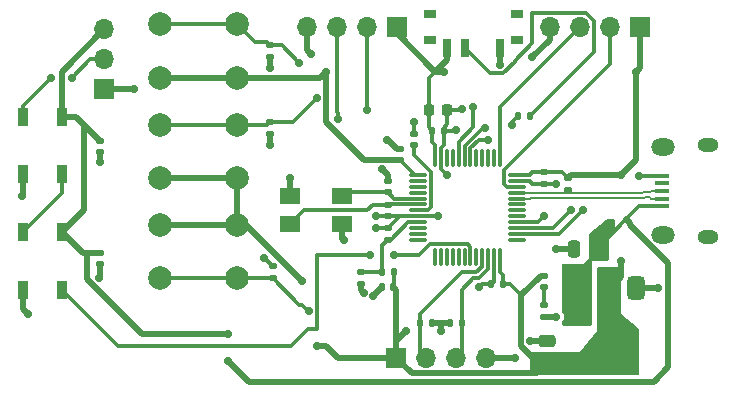
<source format=gbr>
%TF.GenerationSoftware,KiCad,Pcbnew,8.0.2-8.0.2-0~ubuntu22.04.1*%
%TF.CreationDate,2024-05-17T11:44:14+02:00*%
%TF.ProjectId,qclock,71636c6f-636b-42e6-9b69-6361645f7063,rev?*%
%TF.SameCoordinates,Original*%
%TF.FileFunction,Copper,L1,Top*%
%TF.FilePolarity,Positive*%
%FSLAX46Y46*%
G04 Gerber Fmt 4.6, Leading zero omitted, Abs format (unit mm)*
G04 Created by KiCad (PCBNEW 8.0.2-8.0.2-0~ubuntu22.04.1) date 2024-05-17 11:44:14*
%MOMM*%
%LPD*%
G01*
G04 APERTURE LIST*
G04 Aperture macros list*
%AMRoundRect*
0 Rectangle with rounded corners*
0 $1 Rounding radius*
0 $2 $3 $4 $5 $6 $7 $8 $9 X,Y pos of 4 corners*
0 Add a 4 corners polygon primitive as box body*
4,1,4,$2,$3,$4,$5,$6,$7,$8,$9,$2,$3,0*
0 Add four circle primitives for the rounded corners*
1,1,$1+$1,$2,$3*
1,1,$1+$1,$4,$5*
1,1,$1+$1,$6,$7*
1,1,$1+$1,$8,$9*
0 Add four rect primitives between the rounded corners*
20,1,$1+$1,$2,$3,$4,$5,0*
20,1,$1+$1,$4,$5,$6,$7,0*
20,1,$1+$1,$6,$7,$8,$9,0*
20,1,$1+$1,$8,$9,$2,$3,0*%
G04 Aperture macros list end*
%TA.AperFunction,SMDPad,CuDef*%
%ADD10RoundRect,0.375000X-0.375000X0.625000X-0.375000X-0.625000X0.375000X-0.625000X0.375000X0.625000X0*%
%TD*%
%TA.AperFunction,SMDPad,CuDef*%
%ADD11RoundRect,0.500000X-1.400000X0.500000X-1.400000X-0.500000X1.400000X-0.500000X1.400000X0.500000X0*%
%TD*%
%TA.AperFunction,SMDPad,CuDef*%
%ADD12RoundRect,0.135000X-0.135000X-0.185000X0.135000X-0.185000X0.135000X0.185000X-0.135000X0.185000X0*%
%TD*%
%TA.AperFunction,SMDPad,CuDef*%
%ADD13RoundRect,0.140000X0.170000X-0.140000X0.170000X0.140000X-0.170000X0.140000X-0.170000X-0.140000X0*%
%TD*%
%TA.AperFunction,SMDPad,CuDef*%
%ADD14RoundRect,0.135000X0.185000X-0.135000X0.185000X0.135000X-0.185000X0.135000X-0.185000X-0.135000X0*%
%TD*%
%TA.AperFunction,SMDPad,CuDef*%
%ADD15RoundRect,0.140000X-0.170000X0.140000X-0.170000X-0.140000X0.170000X-0.140000X0.170000X0.140000X0*%
%TD*%
%TA.AperFunction,SMDPad,CuDef*%
%ADD16R,1.300000X0.450000*%
%TD*%
%TA.AperFunction,ComponentPad*%
%ADD17O,1.800000X1.150000*%
%TD*%
%TA.AperFunction,ComponentPad*%
%ADD18O,2.000000X1.450000*%
%TD*%
%TA.AperFunction,ComponentPad*%
%ADD19R,1.700000X1.700000*%
%TD*%
%TA.AperFunction,ComponentPad*%
%ADD20O,1.700000X1.700000*%
%TD*%
%TA.AperFunction,SMDPad,CuDef*%
%ADD21RoundRect,0.075000X-0.662500X-0.075000X0.662500X-0.075000X0.662500X0.075000X-0.662500X0.075000X0*%
%TD*%
%TA.AperFunction,SMDPad,CuDef*%
%ADD22RoundRect,0.075000X-0.075000X-0.662500X0.075000X-0.662500X0.075000X0.662500X-0.075000X0.662500X0*%
%TD*%
%TA.AperFunction,SMDPad,CuDef*%
%ADD23RoundRect,0.140000X0.140000X0.170000X-0.140000X0.170000X-0.140000X-0.170000X0.140000X-0.170000X0*%
%TD*%
%TA.AperFunction,SMDPad,CuDef*%
%ADD24R,1.000000X0.800000*%
%TD*%
%TA.AperFunction,SMDPad,CuDef*%
%ADD25R,0.700000X1.500000*%
%TD*%
%TA.AperFunction,SMDPad,CuDef*%
%ADD26RoundRect,0.135000X-0.185000X0.135000X-0.185000X-0.135000X0.185000X-0.135000X0.185000X0.135000X0*%
%TD*%
%TA.AperFunction,SMDPad,CuDef*%
%ADD27RoundRect,0.147500X0.172500X-0.147500X0.172500X0.147500X-0.172500X0.147500X-0.172500X-0.147500X0*%
%TD*%
%TA.AperFunction,ComponentPad*%
%ADD28C,2.000000*%
%TD*%
%TA.AperFunction,SMDPad,CuDef*%
%ADD29R,1.800000X1.400000*%
%TD*%
%TA.AperFunction,SMDPad,CuDef*%
%ADD30RoundRect,0.147500X0.147500X0.172500X-0.147500X0.172500X-0.147500X-0.172500X0.147500X-0.172500X0*%
%TD*%
%TA.AperFunction,SMDPad,CuDef*%
%ADD31RoundRect,0.225000X-0.225000X-0.250000X0.225000X-0.250000X0.225000X0.250000X-0.225000X0.250000X0*%
%TD*%
%TA.AperFunction,SMDPad,CuDef*%
%ADD32RoundRect,0.250000X0.250000X0.475000X-0.250000X0.475000X-0.250000X-0.475000X0.250000X-0.475000X0*%
%TD*%
%TA.AperFunction,SMDPad,CuDef*%
%ADD33R,0.900000X1.500000*%
%TD*%
%TA.AperFunction,SMDPad,CuDef*%
%ADD34RoundRect,0.250000X0.475000X-0.250000X0.475000X0.250000X-0.475000X0.250000X-0.475000X-0.250000X0*%
%TD*%
%TA.AperFunction,SMDPad,CuDef*%
%ADD35RoundRect,0.140000X-0.140000X-0.170000X0.140000X-0.170000X0.140000X0.170000X-0.140000X0.170000X0*%
%TD*%
%TA.AperFunction,ViaPad*%
%ADD36C,0.700000*%
%TD*%
%TA.AperFunction,Conductor*%
%ADD37C,0.500000*%
%TD*%
%TA.AperFunction,Conductor*%
%ADD38C,0.300000*%
%TD*%
%TA.AperFunction,Conductor*%
%ADD39C,0.200000*%
%TD*%
G04 APERTURE END LIST*
D10*
%TO.P,U2,1,GND*%
%TO.N,GND*%
X165800000Y-94350000D03*
%TO.P,U2,2,VO*%
%TO.N,+3V3*%
X163500000Y-94350000D03*
D11*
X163500000Y-100650000D03*
D10*
%TO.P,U2,3,VI*%
%TO.N,VBUS*%
X161200000Y-94350000D03*
%TD*%
D12*
%TO.P,R1,1*%
%TO.N,/BOOT0*%
X155740000Y-79750000D03*
%TO.P,R1,2*%
%TO.N,Net-(SW1-B)*%
X156760000Y-79750000D03*
%TD*%
D13*
%TO.P,C3,1*%
%TO.N,+3V3*%
X145750000Y-83480000D03*
%TO.P,C3,2*%
%TO.N,GND*%
X145750000Y-82520000D03*
%TD*%
D14*
%TO.P,R5,1*%
%TO.N,/USB_D+*%
X160000000Y-86010000D03*
%TO.P,R5,2*%
%TO.N,+3V3*%
X160000000Y-84990000D03*
%TD*%
D15*
%TO.P,C6,1*%
%TO.N,/HSE_OUT*%
X144750000Y-87270000D03*
%TO.P,C6,2*%
%TO.N,GND*%
X144750000Y-88230000D03*
%TD*%
D13*
%TO.P,C1,1*%
%TO.N,/HSE_IN*%
X144750000Y-86210000D03*
%TO.P,C1,2*%
%TO.N,GND*%
X144750000Y-85250000D03*
%TD*%
D14*
%TO.P,R2,1*%
%TO.N,/BTN_H*%
X135000000Y-93510000D03*
%TO.P,R2,2*%
%TO.N,GND*%
X135000000Y-92490000D03*
%TD*%
D15*
%TO.P,C14,2*%
%TO.N,GND*%
X120350000Y-82800000D03*
%TO.P,C14,1*%
%TO.N,VBUS*%
X120350000Y-81840000D03*
%TD*%
D16*
%TO.P,J3,1,VBUS*%
%TO.N,VBUS*%
X168000000Y-87400000D03*
%TO.P,J3,2,D-*%
%TO.N,/USB_D-*%
X168000000Y-86750000D03*
%TO.P,J3,3,D+*%
%TO.N,/USB_D+*%
X168000000Y-86100000D03*
%TO.P,J3,4,ID*%
%TO.N,unconnected-(J3-ID-Pad4)*%
X168000000Y-85450000D03*
%TO.P,J3,5,GND*%
%TO.N,GND*%
X168000000Y-84800000D03*
D17*
%TO.P,J3,6,Shield*%
%TO.N,unconnected-(J3-Shield-Pad6)_0*%
X171850000Y-89975000D03*
D18*
%TO.N,unconnected-(J3-Shield-Pad6)*%
X168050000Y-89825000D03*
%TO.N,unconnected-(J3-Shield-Pad6)_2*%
X168050000Y-82375000D03*
D17*
%TO.N,unconnected-(J3-Shield-Pad6)_1*%
X171850000Y-82225000D03*
%TD*%
D19*
%TO.P,UART,1,Pin_1*%
%TO.N,+3V3*%
X145500000Y-72250000D03*
D20*
%TO.P,UART,2,Pin_2*%
%TO.N,/UART_TX*%
X142960000Y-72250000D03*
%TO.P,UART,3,Pin_3*%
%TO.N,/UART_RX*%
X140420000Y-72250000D03*
%TO.P,UART,4,Pin_4*%
%TO.N,GND*%
X137880000Y-72250000D03*
%TD*%
D21*
%TO.P,U1,1,VBAT*%
%TO.N,+3V3*%
X147337500Y-84750000D03*
%TO.P,U1,2,PC13*%
%TO.N,unconnected-(U1-PC13-Pad2)*%
X147337500Y-85250000D03*
%TO.P,U1,3,PC14*%
%TO.N,unconnected-(U1-PC14-Pad3)*%
X147337500Y-85750000D03*
%TO.P,U1,4,PC15*%
%TO.N,unconnected-(U1-PC15-Pad4)*%
X147337500Y-86250000D03*
%TO.P,U1,5,PD0*%
%TO.N,/HSE_IN*%
X147337500Y-86750000D03*
%TO.P,U1,6,PD1*%
%TO.N,/HSE_OUT*%
X147337500Y-87250000D03*
%TO.P,U1,7,NRST*%
%TO.N,/NRST*%
X147337500Y-87750000D03*
%TO.P,U1,8,VSSA*%
%TO.N,GND*%
X147337500Y-88250000D03*
%TO.P,U1,9,VDDA*%
%TO.N,+3.3VA*%
X147337500Y-88750000D03*
%TO.P,U1,10,PA0*%
%TO.N,unconnected-(U1-PA0-Pad10)*%
X147337500Y-89250000D03*
%TO.P,U1,11,PA1*%
%TO.N,unconnected-(U1-PA1-Pad11)*%
X147337500Y-89750000D03*
%TO.P,U1,12,PA2*%
%TO.N,unconnected-(U1-PA2-Pad12)*%
X147337500Y-90250000D03*
D22*
%TO.P,U1,13,PA3*%
%TO.N,unconnected-(U1-PA3-Pad13)*%
X148750000Y-91662500D03*
%TO.P,U1,14,PA4*%
%TO.N,unconnected-(U1-PA4-Pad14)*%
X149250000Y-91662500D03*
%TO.P,U1,15,PA5*%
%TO.N,unconnected-(U1-PA5-Pad15)*%
X149750000Y-91662500D03*
%TO.P,U1,16,PA6*%
%TO.N,unconnected-(U1-PA6-Pad16)*%
X150250000Y-91662500D03*
%TO.P,U1,17,PA7*%
%TO.N,unconnected-(U1-PA7-Pad17)*%
X150750000Y-91662500D03*
%TO.P,U1,18,PB0*%
%TO.N,unconnected-(U1-PB0-Pad18)*%
X151250000Y-91662500D03*
%TO.P,U1,19,PB1*%
%TO.N,/LED*%
X151750000Y-91662500D03*
%TO.P,U1,20,PB2*%
%TO.N,unconnected-(U1-PB2-Pad20)*%
X152250000Y-91662500D03*
%TO.P,U1,21,PB10*%
%TO.N,/I2C2_SCL*%
X152750000Y-91662500D03*
%TO.P,U1,22,PB11*%
%TO.N,/I2C2_SDA*%
X153250000Y-91662500D03*
%TO.P,U1,23,VSS*%
%TO.N,GND*%
X153750000Y-91662500D03*
%TO.P,U1,24,VDD*%
%TO.N,+3V3*%
X154250000Y-91662500D03*
D21*
%TO.P,U1,25,PB12*%
%TO.N,unconnected-(U1-PB12-Pad25)*%
X155662500Y-90250000D03*
%TO.P,U1,26,PB13*%
%TO.N,/BTN_SM*%
X155662500Y-89750000D03*
%TO.P,U1,27,PB14*%
%TO.N,/BTN_M*%
X155662500Y-89250000D03*
%TO.P,U1,28,PB15*%
%TO.N,/BTN_H*%
X155662500Y-88750000D03*
%TO.P,U1,29,PA8*%
%TO.N,unconnected-(U1-PA8-Pad29)*%
X155662500Y-88250000D03*
%TO.P,U1,30,PA9*%
%TO.N,unconnected-(U1-PA9-Pad30)*%
X155662500Y-87750000D03*
%TO.P,U1,31,PA10*%
%TO.N,unconnected-(U1-PA10-Pad31)*%
X155662500Y-87250000D03*
%TO.P,U1,32,PA11*%
%TO.N,/USB_D-*%
X155662500Y-86750000D03*
%TO.P,U1,33,PA12*%
%TO.N,/USB_D+*%
X155662500Y-86250000D03*
%TO.P,U1,34,PA13*%
%TO.N,/SWDIO*%
X155662500Y-85750000D03*
%TO.P,U1,35,VSS*%
%TO.N,GND*%
X155662500Y-85250000D03*
%TO.P,U1,36,VDD*%
%TO.N,+3V3*%
X155662500Y-84750000D03*
D22*
%TO.P,U1,37,PA14*%
%TO.N,/SWCLK*%
X154250000Y-83337500D03*
%TO.P,U1,38,PA15*%
%TO.N,unconnected-(U1-PA15-Pad38)*%
X153750000Y-83337500D03*
%TO.P,U1,39,PB3*%
%TO.N,unconnected-(U1-PB3-Pad39)*%
X153250000Y-83337500D03*
%TO.P,U1,40,PB4*%
%TO.N,unconnected-(U1-PB4-Pad40)*%
X152750000Y-83337500D03*
%TO.P,U1,41,PB5*%
%TO.N,unconnected-(U1-PB5-Pad41)*%
X152250000Y-83337500D03*
%TO.P,U1,42,PB6*%
%TO.N,/UART_TX*%
X151750000Y-83337500D03*
%TO.P,U1,43,PB7*%
%TO.N,/UART_RX*%
X151250000Y-83337500D03*
%TO.P,U1,44,BOOT0*%
%TO.N,/BOOT0*%
X150750000Y-83337500D03*
%TO.P,U1,45,PB8*%
%TO.N,unconnected-(U1-PB8-Pad45)*%
X150250000Y-83337500D03*
%TO.P,U1,46,PB9*%
%TO.N,unconnected-(U1-PB9-Pad46)*%
X149750000Y-83337500D03*
%TO.P,U1,47,VSS*%
%TO.N,GND*%
X149250000Y-83337500D03*
%TO.P,U1,48,VDD*%
%TO.N,+3V3*%
X148750000Y-83337500D03*
%TD*%
D23*
%TO.P,C7,1*%
%TO.N,+3V3*%
X154480000Y-94000000D03*
%TO.P,C7,2*%
%TO.N,GND*%
X153520000Y-94000000D03*
%TD*%
D12*
%TO.P,R7,1*%
%TO.N,/I2C2_SCL*%
X147490000Y-97250000D03*
%TO.P,R7,2*%
%TO.N,+3V3*%
X148510000Y-97250000D03*
%TD*%
D24*
%TO.P,SW1,*%
%TO.N,*%
X155650000Y-73350000D03*
X155650000Y-71140000D03*
X148350000Y-73350000D03*
X148350000Y-71140000D03*
D25*
%TO.P,SW1,1,A*%
%TO.N,GND*%
X154250000Y-74000000D03*
%TO.P,SW1,2,B*%
%TO.N,Net-(SW1-B)*%
X151250000Y-74000000D03*
%TO.P,SW1,3,C*%
%TO.N,+3V3*%
X149750000Y-74000000D03*
%TD*%
D13*
%TO.P,C9,1*%
%TO.N,+3.3VA*%
X144750000Y-90230000D03*
%TO.P,C9,2*%
%TO.N,GND*%
X144750000Y-89270000D03*
%TD*%
D26*
%TO.P,R4,1*%
%TO.N,/BTN_SM*%
X134750000Y-73750000D03*
%TO.P,R4,2*%
%TO.N,GND*%
X134750000Y-74770000D03*
%TD*%
D19*
%TO.P,LED,1,Pin_1*%
%TO.N,GND*%
X120750000Y-77500000D03*
D20*
%TO.P,LED,2,Pin_2*%
%TO.N,Net-(D2-DOUT)*%
X120750000Y-74960000D03*
%TO.P,LED,3,Pin_3*%
%TO.N,VBUS*%
X120750000Y-72420000D03*
%TD*%
D27*
%TO.P,D1,1,K*%
%TO.N,Net-(D1-K)*%
X158000000Y-94235000D03*
%TO.P,D1,2,A*%
%TO.N,+3V3*%
X158000000Y-93265000D03*
%TD*%
D28*
%TO.P,Subminute,1,1*%
%TO.N,/BTN_SM*%
X125500000Y-72000000D03*
X132000000Y-72000000D03*
%TO.P,Subminute,2,2*%
%TO.N,+3V3*%
X125500000Y-76500000D03*
X132000000Y-76500000D03*
%TD*%
D29*
%TO.P,Y1,1,1*%
%TO.N,/HSE_IN*%
X140900000Y-86500000D03*
%TO.P,Y1,2,2*%
%TO.N,GND*%
X136500000Y-86500000D03*
%TO.P,Y1,3,3*%
%TO.N,/HSE_OUT*%
X136500000Y-88900000D03*
%TO.P,Y1,4,4*%
%TO.N,GND*%
X140900000Y-88900000D03*
%TD*%
D15*
%TO.P,C10,1*%
%TO.N,+3.3VA*%
X142500000Y-93000000D03*
%TO.P,C10,2*%
%TO.N,GND*%
X142500000Y-93960000D03*
%TD*%
D28*
%TO.P,Hour,1,1*%
%TO.N,/BTN_H*%
X132000000Y-93500000D03*
X125500000Y-93500000D03*
%TO.P,Hour,2,2*%
%TO.N,+3V3*%
X132000000Y-89000000D03*
X125500000Y-89000000D03*
%TD*%
D23*
%TO.P,C11,1*%
%TO.N,+3V3*%
X145230000Y-94250000D03*
%TO.P,C11,2*%
%TO.N,GND*%
X144270000Y-94250000D03*
%TD*%
D28*
%TO.P,Minute,1,1*%
%TO.N,/BTN_M*%
X125500000Y-80500000D03*
X132000000Y-80500000D03*
%TO.P,Minute,2,2*%
%TO.N,+3V3*%
X125500000Y-85000000D03*
X132000000Y-85000000D03*
%TD*%
D15*
%TO.P,C16,2*%
%TO.N,GND*%
X120350000Y-92300000D03*
%TO.P,C16,1*%
%TO.N,VBUS*%
X120350000Y-91340000D03*
%TD*%
D30*
%TO.P,FB1,1*%
%TO.N,+3V3*%
X145235000Y-93000000D03*
%TO.P,FB1,2*%
%TO.N,+3.3VA*%
X144265000Y-93000000D03*
%TD*%
D15*
%TO.P,C4,1*%
%TO.N,+3V3*%
X158000000Y-84520000D03*
%TO.P,C4,2*%
%TO.N,GND*%
X158000000Y-85480000D03*
%TD*%
D31*
%TO.P,C2,1*%
%TO.N,+3V3*%
X148225000Y-79250000D03*
%TO.P,C2,2*%
%TO.N,GND*%
X149775000Y-79250000D03*
%TD*%
D19*
%TO.P,I2C,1,Pin_1*%
%TO.N,+3V3*%
X145460000Y-100250000D03*
D20*
%TO.P,I2C,2,Pin_2*%
%TO.N,/I2C2_SCL*%
X148000000Y-100250000D03*
%TO.P,I2C,3,Pin_3*%
%TO.N,/I2C2_SDA*%
X150540000Y-100250000D03*
%TO.P,I2C,4,Pin_4*%
%TO.N,GND*%
X153080000Y-100250000D03*
%TD*%
D26*
%TO.P,R3,1*%
%TO.N,/BTN_M*%
X134750000Y-80240000D03*
%TO.P,R3,2*%
%TO.N,GND*%
X134750000Y-81260000D03*
%TD*%
D32*
%TO.P,C12,1*%
%TO.N,VBUS*%
X162450000Y-91000000D03*
%TO.P,C12,2*%
%TO.N,GND*%
X160550000Y-91000000D03*
%TD*%
D19*
%TO.P,SWD,1,Pin_1*%
%TO.N,+3V3*%
X166080000Y-72250000D03*
D20*
%TO.P,SWD,2,Pin_2*%
%TO.N,/SWDIO*%
X163540000Y-72250000D03*
%TO.P,SWD,3,Pin_3*%
%TO.N,/SWCLK*%
X161000000Y-72250000D03*
%TO.P,SWD,4,Pin_4*%
%TO.N,GND*%
X158460000Y-72250000D03*
%TD*%
D33*
%TO.P,D2,1,VDD*%
%TO.N,VBUS*%
X117150000Y-79800000D03*
%TO.P,D2,2,DOUT*%
%TO.N,Net-(D2-DOUT)*%
X113850000Y-79800000D03*
%TO.P,D2,3,VSS*%
%TO.N,GND*%
X113850000Y-84700000D03*
%TO.P,D2,4,DIN*%
%TO.N,Net-(D2-DIN)*%
X117150000Y-84700000D03*
%TD*%
D14*
%TO.P,R6,1*%
%TO.N,GND*%
X158000000Y-96760000D03*
%TO.P,R6,2*%
%TO.N,Net-(D1-K)*%
X158000000Y-95740000D03*
%TD*%
D34*
%TO.P,C13,1*%
%TO.N,+3V3*%
X158250000Y-100700000D03*
%TO.P,C13,2*%
%TO.N,GND*%
X158250000Y-98800000D03*
%TD*%
D35*
%TO.P,C8,1*%
%TO.N,+3V3*%
X148520000Y-81000000D03*
%TO.P,C8,2*%
%TO.N,GND*%
X149480000Y-81000000D03*
%TD*%
D13*
%TO.P,C5,1*%
%TO.N,/NRST*%
X147000000Y-82230000D03*
%TO.P,C5,2*%
%TO.N,GND*%
X147000000Y-81270000D03*
%TD*%
D33*
%TO.P,D4,1,VDD*%
%TO.N,VBUS*%
X117150000Y-89550000D03*
%TO.P,D4,2,DOUT*%
%TO.N,Net-(D2-DIN)*%
X113850000Y-89550000D03*
%TO.P,D4,3,VSS*%
%TO.N,GND*%
X113850000Y-94450000D03*
%TO.P,D4,4,DIN*%
%TO.N,/LED*%
X117150000Y-94450000D03*
%TD*%
D12*
%TO.P,R8,1*%
%TO.N,+3V3*%
X149990000Y-97250000D03*
%TO.P,R8,2*%
%TO.N,/I2C2_SDA*%
X151010000Y-97250000D03*
%TD*%
D36*
%TO.N,/LED*%
X145250000Y-91500000D03*
X143250000Y-91500000D03*
%TO.N,GND*%
X134750000Y-82250000D03*
X149750000Y-84750000D03*
X149000000Y-88250000D03*
X143500000Y-95000000D03*
X142750000Y-94750000D03*
%TO.N,+3V3*%
X149250000Y-98000000D03*
X146250000Y-98000000D03*
X164500000Y-92000000D03*
%TO.N,/UART_TX*%
X143000000Y-79250000D03*
%TO.N,/UART_RX*%
X140500000Y-80000000D03*
%TO.N,+3V3*%
X164500000Y-84750000D03*
%TO.N,/UART_RX*%
X153000000Y-80750000D03*
%TO.N,/BOOT0*%
X152000000Y-79000000D03*
%TO.N,/UART_TX*%
X153250000Y-81750000D03*
%TO.N,GND*%
X134750000Y-75700000D03*
X143770000Y-88230000D03*
X143750000Y-89250000D03*
X141000000Y-90250000D03*
X136500000Y-85000000D03*
X144250000Y-84250000D03*
X144714644Y-81785356D03*
X147000000Y-80250000D03*
X150500000Y-80950000D03*
X151000000Y-79200000D03*
%TO.N,+3V3*%
X165750000Y-76000000D03*
X149500000Y-76000000D03*
%TO.N,GND*%
X154214644Y-75450000D03*
X157000000Y-74750000D03*
%TO.N,/BOOT0*%
X155250000Y-80500000D03*
%TO.N,GND*%
X158980000Y-85480000D03*
%TO.N,/BTN_H*%
X158000000Y-88250000D03*
%TO.N,/BTN_M*%
X160250000Y-87750000D03*
%TO.N,/BTN_SM*%
X161250000Y-87750000D03*
%TO.N,GND*%
X166050000Y-84800000D03*
X167650000Y-94350000D03*
X159000000Y-91000000D03*
X152500000Y-94250000D03*
X158990000Y-96760000D03*
X156800000Y-98800000D03*
X155500000Y-100250000D03*
X134250000Y-91750000D03*
%TO.N,+3V3*%
X137500000Y-93750000D03*
%TO.N,/BTN_H*%
X138050000Y-96250000D03*
%TO.N,+3V3*%
X138750000Y-99250000D03*
%TO.N,VBUS*%
X131250000Y-100500000D03*
X131250000Y-98250000D03*
%TO.N,GND*%
X120285355Y-93464645D03*
X114250000Y-96500000D03*
X113750000Y-86500000D03*
X120350000Y-83650000D03*
%TO.N,Net-(D2-DOUT)*%
X116250000Y-76500000D03*
X118000000Y-76500000D03*
%TO.N,GND*%
X123250000Y-77500000D03*
%TO.N,/BTN_M*%
X138750000Y-78250000D03*
%TO.N,+3V3*%
X139500000Y-76000000D03*
%TO.N,GND*%
X138250000Y-74500000D03*
%TO.N,/BTN_SM*%
X137250000Y-75250000D03*
%TD*%
D37*
%TO.N,+3V3*%
X164500000Y-84750000D02*
X160240000Y-84750000D01*
X160240000Y-84750000D02*
X160000000Y-84990000D01*
D38*
%TO.N,VBUS*%
X164950000Y-88500000D02*
X166050000Y-87400000D01*
X166050000Y-87400000D02*
X168000000Y-87400000D01*
D37*
X165250000Y-89000000D02*
X165250000Y-88800000D01*
X165250000Y-88800000D02*
X164950000Y-88500000D01*
%TO.N,+3V3*%
X139500000Y-76000000D02*
X139550000Y-76050000D01*
X139550000Y-76050000D02*
X139550000Y-80300000D01*
X145720000Y-83450000D02*
X145750000Y-83480000D01*
X139550000Y-80300000D02*
X142700000Y-83450000D01*
X142700000Y-83450000D02*
X145720000Y-83450000D01*
D38*
X147337500Y-84750000D02*
X147020000Y-84750000D01*
X147020000Y-84750000D02*
X145750000Y-83480000D01*
D37*
%TO.N,GND*%
X134750000Y-81260000D02*
X134750000Y-82250000D01*
D38*
X149250000Y-84250000D02*
X149750000Y-84750000D01*
X149250000Y-83337500D02*
X149250000Y-84250000D01*
D37*
X144250000Y-94250000D02*
X143500000Y-95000000D01*
X144270000Y-94250000D02*
X144250000Y-94250000D01*
X142500000Y-94500000D02*
X142750000Y-94750000D01*
X142500000Y-93960000D02*
X142500000Y-94500000D01*
%TO.N,+3V3*%
X149250000Y-98000000D02*
X149250000Y-97250000D01*
X145460000Y-100250000D02*
X145460000Y-98790000D01*
X145460000Y-98790000D02*
X146250000Y-98000000D01*
X149990000Y-97250000D02*
X149250000Y-97250000D01*
X149250000Y-97250000D02*
X148510000Y-97250000D01*
X145460000Y-100250000D02*
X145460000Y-94480000D01*
X145460000Y-94480000D02*
X145230000Y-94250000D01*
D38*
X154480000Y-94000000D02*
X155054999Y-94000000D01*
X155054999Y-94000000D02*
X156000000Y-94945001D01*
D37*
X158000000Y-93265000D02*
X157680001Y-93265000D01*
X157680001Y-93265000D02*
X156000000Y-94945001D01*
X156000000Y-94945001D02*
X156000000Y-99250000D01*
X156000000Y-99250000D02*
X157450000Y-100700000D01*
X157450000Y-100700000D02*
X158250000Y-100700000D01*
%TO.N,VBUS*%
X131250000Y-100500000D02*
X133000000Y-102250000D01*
X133000000Y-102250000D02*
X167250000Y-102250000D01*
X167250000Y-102250000D02*
X168450000Y-101050000D01*
X168450000Y-101050000D02*
X168450000Y-92200000D01*
X168450000Y-92200000D02*
X165250000Y-89000000D01*
D38*
X164950000Y-88500000D02*
X162450000Y-91000000D01*
D37*
%TO.N,+3V3*%
X164500000Y-92000000D02*
X164500000Y-93350000D01*
X164500000Y-93350000D02*
X163500000Y-94350000D01*
D38*
%TO.N,/UART_RX*%
X152789774Y-80750000D02*
X153000000Y-80750000D01*
X151769887Y-81769887D02*
X152789774Y-80750000D01*
X151250000Y-83337500D02*
X151250000Y-82289774D01*
X151250000Y-82289774D02*
X151769887Y-81769887D01*
D37*
%TO.N,GND*%
X134750000Y-75750000D02*
X134750000Y-75700000D01*
D38*
X143750000Y-88250000D02*
X143770000Y-88230000D01*
D37*
X144750000Y-81750000D02*
X144714644Y-81785356D01*
D38*
X149480000Y-81000000D02*
X150500000Y-81000000D01*
X150500000Y-81000000D02*
X150500000Y-80950000D01*
X151000000Y-79250000D02*
X151000000Y-79200000D01*
D37*
X154250000Y-75485356D02*
X154214644Y-75450000D01*
X154250000Y-75500000D02*
X154250000Y-75485356D01*
D38*
X159000000Y-85500000D02*
X158980000Y-85480000D01*
X166000000Y-84750000D02*
X166050000Y-84800000D01*
D37*
X156750000Y-98750000D02*
X156800000Y-98800000D01*
D38*
X134990000Y-92490000D02*
X134250000Y-91750000D01*
X135000000Y-92490000D02*
X134990000Y-92490000D01*
%TO.N,/BTN_H*%
X138000000Y-96250000D02*
X138050000Y-96250000D01*
D37*
%TO.N,GND*%
X120350000Y-92300000D02*
X120350000Y-93400000D01*
X120350000Y-93400000D02*
X120285355Y-93464645D01*
X114000000Y-96250000D02*
X114250000Y-96500000D01*
X113850000Y-86400000D02*
X113750000Y-86500000D01*
D38*
%TO.N,Net-(SW1-B)*%
X161500000Y-71000000D02*
X157000000Y-71000000D01*
X153400000Y-76150000D02*
X151250000Y-74000000D01*
X162200000Y-71700000D02*
X161500000Y-71000000D01*
X157000000Y-73600000D02*
X155500000Y-75100000D01*
X162200000Y-74310000D02*
X162200000Y-71700000D01*
X156760000Y-79750000D02*
X162200000Y-74310000D01*
X155500000Y-75100000D02*
X155500000Y-75169239D01*
X157000000Y-71000000D02*
X157000000Y-73600000D01*
X155500000Y-75169239D02*
X154519239Y-76150000D01*
X154519239Y-76150000D02*
X153400000Y-76150000D01*
%TO.N,+3V3*%
X148225000Y-79250000D02*
X148225000Y-76525000D01*
X148225000Y-76525000D02*
X148750000Y-76000000D01*
%TO.N,/BOOT0*%
X155250000Y-80500000D02*
X155250000Y-80240000D01*
X155250000Y-80240000D02*
X155740000Y-79750000D01*
X150750000Y-83337500D02*
X150750000Y-81919239D01*
X150750000Y-81919239D02*
X152000000Y-80669239D01*
X152000000Y-80669239D02*
X152000000Y-79000000D01*
%TO.N,/UART_TX*%
X151750000Y-83337500D02*
X151750000Y-82496880D01*
X151750000Y-82496880D02*
X152496880Y-81750000D01*
X152496880Y-81750000D02*
X153250000Y-81750000D01*
%TO.N,/UART_RX*%
X151250000Y-83337500D02*
X151250000Y-83000000D01*
D37*
%TO.N,VBUS*%
X119250000Y-91340000D02*
X119250000Y-93560661D01*
X123939339Y-98250000D02*
X131250000Y-98250000D01*
X119250000Y-93560661D02*
X123939339Y-98250000D01*
X120350000Y-91340000D02*
X119250000Y-91340000D01*
X119250000Y-91340000D02*
X118940000Y-91340000D01*
%TO.N,+3V3*%
X158250000Y-100700000D02*
X157400000Y-101550000D01*
X157400000Y-101550000D02*
X146760000Y-101550000D01*
X146760000Y-101550000D02*
X145460000Y-100250000D01*
X140500000Y-100250000D02*
X145460000Y-100250000D01*
X132000000Y-89000000D02*
X132750000Y-89000000D01*
X132750000Y-89000000D02*
X137500000Y-93750000D01*
X138750000Y-99250000D02*
X139500000Y-99250000D01*
X139500000Y-99250000D02*
X140500000Y-100250000D01*
X132000000Y-85000000D02*
X132000000Y-89000000D01*
X125500000Y-89000000D02*
X132000000Y-89000000D01*
X125500000Y-85000000D02*
X132000000Y-85000000D01*
X139000000Y-76500000D02*
X139500000Y-76000000D01*
X132000000Y-76500000D02*
X139000000Y-76500000D01*
X132000000Y-76500000D02*
X125500000Y-76500000D01*
X165750000Y-76000000D02*
X165750000Y-83500000D01*
X165750000Y-83500000D02*
X164500000Y-84750000D01*
X166080000Y-72250000D02*
X166080000Y-75670000D01*
X166080000Y-75670000D02*
X165750000Y-76000000D01*
X148750000Y-76000000D02*
X149500000Y-76000000D01*
X165750000Y-72580000D02*
X166080000Y-72250000D01*
X145500000Y-72750000D02*
X148750000Y-76000000D01*
X145500000Y-72250000D02*
X145500000Y-72750000D01*
X148750000Y-76000000D02*
X149750000Y-75000000D01*
X149750000Y-75000000D02*
X149750000Y-74000000D01*
%TO.N,GND*%
X145520000Y-82520000D02*
X144750000Y-81750000D01*
X145750000Y-82520000D02*
X145520000Y-82520000D01*
X144750000Y-84750000D02*
X144250000Y-84250000D01*
X144750000Y-85250000D02*
X144750000Y-84750000D01*
X140900000Y-90150000D02*
X141000000Y-90250000D01*
X140900000Y-88900000D02*
X140900000Y-90150000D01*
D38*
X147337500Y-88250000D02*
X149000000Y-88250000D01*
X144750000Y-88230000D02*
X143770000Y-88230000D01*
X143770000Y-89270000D02*
X143750000Y-89250000D01*
X144750000Y-89270000D02*
X143770000Y-89270000D01*
X152750000Y-94000000D02*
X152500000Y-94250000D01*
X153520000Y-94000000D02*
X152750000Y-94000000D01*
D37*
X165800000Y-94350000D02*
X167650000Y-94350000D01*
X158990000Y-96760000D02*
X159000000Y-96750000D01*
X158000000Y-96760000D02*
X158990000Y-96760000D01*
X158250000Y-98800000D02*
X156800000Y-98800000D01*
X153080000Y-100250000D02*
X155500000Y-100250000D01*
D38*
%TO.N,/LED*%
X117150000Y-94450000D02*
X121900000Y-99200000D01*
X121900000Y-99200000D02*
X136550000Y-99200000D01*
%TO.N,Net-(D2-DIN)*%
X117150000Y-84700000D02*
X117150000Y-86250000D01*
X117150000Y-86250000D02*
X113850000Y-89550000D01*
%TO.N,Net-(D2-DOUT)*%
X120750000Y-74960000D02*
X119540000Y-74960000D01*
X119540000Y-74960000D02*
X118000000Y-76500000D01*
X116250000Y-76500000D02*
X113850000Y-78900000D01*
X113850000Y-78900000D02*
X113850000Y-79800000D01*
D37*
%TO.N,VBUS*%
X118940000Y-91340000D02*
X117150000Y-89550000D01*
X118310000Y-79800000D02*
X119005000Y-80495000D01*
X119005000Y-87695000D02*
X119005000Y-80495000D01*
X119005000Y-80495000D02*
X120350000Y-81840000D01*
X117150000Y-89550000D02*
X119005000Y-87695000D01*
X117150000Y-79800000D02*
X118310000Y-79800000D01*
X117150000Y-79800000D02*
X117150000Y-76020000D01*
X117150000Y-76020000D02*
X120750000Y-72420000D01*
%TO.N,GND*%
X120750000Y-77500000D02*
X123250000Y-77500000D01*
X113850000Y-84700000D02*
X113850000Y-86400000D01*
X113850000Y-96100000D02*
X114000000Y-96250000D01*
X113850000Y-94450000D02*
X113850000Y-96100000D01*
X120350000Y-82800000D02*
X120350000Y-83650000D01*
X136500000Y-86500000D02*
X136500000Y-85000000D01*
X134750000Y-74770000D02*
X134750000Y-75750000D01*
X137880000Y-74130000D02*
X138250000Y-74500000D01*
X137880000Y-72250000D02*
X137880000Y-74130000D01*
X158460000Y-73290000D02*
X157000000Y-74750000D01*
X158460000Y-72250000D02*
X158460000Y-73290000D01*
X154250000Y-74000000D02*
X154250000Y-75500000D01*
D38*
X147000000Y-81270000D02*
X147000000Y-80250000D01*
X149775000Y-79250000D02*
X151000000Y-79250000D01*
X158000000Y-85480000D02*
X158980000Y-85480000D01*
X168000000Y-84800000D02*
X166050000Y-84800000D01*
D37*
X160500000Y-91000000D02*
X159000000Y-91000000D01*
X160550000Y-91000000D02*
X160500000Y-91000000D01*
D39*
%TO.N,/USB_D+*%
X168000000Y-86100000D02*
X167024999Y-86100000D01*
%TO.N,/USB_D-*%
X166924999Y-86650000D02*
X166504438Y-86650000D01*
%TO.N,/USB_D+*%
X167024999Y-86100000D02*
X166924999Y-86200000D01*
X166924999Y-86200000D02*
X166325000Y-86200000D01*
X166325000Y-86200000D02*
X166250000Y-86275000D01*
%TO.N,/USB_D-*%
X168000000Y-86750000D02*
X167024999Y-86750000D01*
X167024999Y-86750000D02*
X166924999Y-86650000D01*
X166504438Y-86650000D02*
X166429438Y-86725000D01*
X166429438Y-86725000D02*
X156793751Y-86725000D01*
X156793751Y-86725000D02*
X156768751Y-86750000D01*
X156768751Y-86750000D02*
X155662500Y-86750000D01*
%TO.N,/USB_D+*%
X155662500Y-86250000D02*
X156768751Y-86250000D01*
X156768751Y-86250000D02*
X156793751Y-86275000D01*
X156793751Y-86275000D02*
X166250000Y-86275000D01*
D38*
%TO.N,/NRST*%
X147000000Y-82230000D02*
X147000000Y-83071880D01*
X147000000Y-83071880D02*
X148425000Y-84496880D01*
X148425000Y-84496880D02*
X148425000Y-87503120D01*
X148425000Y-87503120D02*
X148178120Y-87750000D01*
X148178120Y-87750000D02*
X147337500Y-87750000D01*
%TO.N,/UART_TX*%
X142960000Y-78960000D02*
X142960000Y-72250000D01*
X143000000Y-79000000D02*
X142960000Y-78960000D01*
X143000000Y-79250000D02*
X143000000Y-79000000D01*
%TO.N,/UART_RX*%
X140420000Y-79420000D02*
X140420000Y-72250000D01*
X140500000Y-80000000D02*
X140500000Y-79500000D01*
X140500000Y-79500000D02*
X140420000Y-79420000D01*
%TO.N,/BTN_H*%
X155662500Y-88750000D02*
X157500000Y-88750000D01*
X157500000Y-88750000D02*
X158000000Y-88250000D01*
X138000000Y-96250000D02*
X137500000Y-95750000D01*
X137500000Y-95750000D02*
X137240000Y-95750000D01*
X137240000Y-95750000D02*
X135000000Y-93510000D01*
%TO.N,/BTN_M*%
X158750000Y-89250000D02*
X155662500Y-89250000D01*
X134750000Y-80240000D02*
X136760000Y-80240000D01*
X136760000Y-80240000D02*
X138750000Y-78250000D01*
X160250000Y-87750000D02*
X158750000Y-89250000D01*
X132000000Y-80500000D02*
X134490000Y-80500000D01*
X134490000Y-80500000D02*
X134750000Y-80240000D01*
%TO.N,/BTN_H*%
X132000000Y-93500000D02*
X132250000Y-93500000D01*
X132250000Y-93500000D02*
X132260000Y-93510000D01*
X132260000Y-93510000D02*
X135000000Y-93510000D01*
X132000000Y-93500000D02*
X125500000Y-93500000D01*
%TO.N,/BTN_M*%
X125500000Y-80500000D02*
X132000000Y-80500000D01*
%TO.N,/BTN_SM*%
X132000000Y-72000000D02*
X125500000Y-72000000D01*
X134750000Y-73750000D02*
X134500000Y-73500000D01*
X134500000Y-73500000D02*
X133500000Y-73500000D01*
X133500000Y-73500000D02*
X132000000Y-72000000D01*
X159250000Y-89750000D02*
X161250000Y-87750000D01*
X155662500Y-89750000D02*
X159250000Y-89750000D01*
X137250000Y-75250000D02*
X135750000Y-73750000D01*
X135750000Y-73750000D02*
X134750000Y-73750000D01*
%TO.N,/LED*%
X151503120Y-90575000D02*
X148353120Y-90575000D01*
X138750000Y-91500000D02*
X138750000Y-97750000D01*
X147428120Y-91500000D02*
X145250000Y-91500000D01*
X148353120Y-90575000D02*
X147428120Y-91500000D01*
X143250000Y-91500000D02*
X138750000Y-91500000D01*
X151750000Y-90821880D02*
X151503120Y-90575000D01*
X151750000Y-91662500D02*
X151750000Y-90821880D01*
X138750000Y-97750000D02*
X138000000Y-97750000D01*
X138000000Y-97750000D02*
X136550000Y-99200000D01*
%TO.N,GND*%
X153750000Y-91662500D02*
X153750000Y-93770000D01*
X153750000Y-93770000D02*
X153520000Y-94000000D01*
%TO.N,/I2C2_SDA*%
X152460226Y-93500000D02*
X152000000Y-93500000D01*
X153250000Y-92710226D02*
X152460226Y-93500000D01*
X153250000Y-91662500D02*
X153250000Y-92710226D01*
X152000000Y-93500000D02*
X151010000Y-94490000D01*
X151010000Y-94490000D02*
X151010000Y-97250000D01*
%TO.N,/I2C2_SCL*%
X152253120Y-93000000D02*
X151000000Y-93000000D01*
X152750000Y-92503120D02*
X152253120Y-93000000D01*
X152750000Y-91662500D02*
X152750000Y-92503120D01*
X151000000Y-93000000D02*
X147490000Y-96510000D01*
X147490000Y-96510000D02*
X147490000Y-97250000D01*
%TO.N,/SWDIO*%
X163540000Y-72250000D02*
X163540000Y-75388120D01*
X163540000Y-75388120D02*
X154575000Y-84353120D01*
X154575000Y-84353120D02*
X154575000Y-85503120D01*
X154575000Y-85503120D02*
X154821880Y-85750000D01*
X154821880Y-85750000D02*
X155662500Y-85750000D01*
%TO.N,/SWCLK*%
X154250000Y-83337500D02*
X154250000Y-79000000D01*
X154250000Y-79000000D02*
X161000000Y-72250000D01*
%TO.N,Net-(D1-K)*%
X158000000Y-95740000D02*
X158000000Y-94235000D01*
%TO.N,/I2C2_SCL*%
X147490000Y-97250000D02*
X147490000Y-99740000D01*
X147490000Y-99740000D02*
X148000000Y-100250000D01*
%TO.N,/I2C2_SDA*%
X151010000Y-97250000D02*
X151010000Y-99780000D01*
X151010000Y-99780000D02*
X150540000Y-100250000D01*
X150540000Y-100040000D02*
X150500000Y-100000000D01*
X150540000Y-100250000D02*
X150540000Y-100040000D01*
%TO.N,+3V3*%
X158000000Y-84520000D02*
X159530000Y-84520000D01*
X159530000Y-84520000D02*
X160000000Y-84990000D01*
D39*
%TO.N,/USB_D-*%
X155662500Y-86750000D02*
X155712499Y-86700001D01*
D38*
%TO.N,+3V3*%
X145235000Y-93000000D02*
X145235000Y-94245000D01*
X145235000Y-94245000D02*
X145230000Y-94250000D01*
%TO.N,+3.3VA*%
X144265000Y-93000000D02*
X142500000Y-93000000D01*
X144750000Y-90230000D02*
X144265000Y-90715000D01*
X144265000Y-90715000D02*
X144265000Y-93000000D01*
%TO.N,/HSE_OUT*%
X144750000Y-87270000D02*
X143480000Y-87270000D01*
X143480000Y-87270000D02*
X143000000Y-87750000D01*
X143000000Y-87750000D02*
X137650000Y-87750000D01*
X137650000Y-87750000D02*
X136500000Y-88900000D01*
%TO.N,/HSE_IN*%
X144750000Y-86210000D02*
X141190000Y-86210000D01*
X141190000Y-86210000D02*
X140900000Y-86500000D01*
X147337500Y-86750000D02*
X145290000Y-86750000D01*
X145290000Y-86750000D02*
X144750000Y-86210000D01*
%TO.N,/HSE_OUT*%
X147337500Y-87250000D02*
X144770000Y-87250000D01*
X144770000Y-87250000D02*
X144750000Y-87270000D01*
%TO.N,+3.3VA*%
X147337500Y-88750000D02*
X146496880Y-88750000D01*
X146496880Y-88750000D02*
X145016880Y-90230000D01*
X145016880Y-90230000D02*
X144750000Y-90230000D01*
%TO.N,GND*%
X147337500Y-88250000D02*
X145770000Y-88250000D01*
X145770000Y-88250000D02*
X144750000Y-89270000D01*
X147337500Y-88250000D02*
X144770000Y-88250000D01*
X144770000Y-88250000D02*
X144750000Y-88230000D01*
%TO.N,+3V3*%
X154250000Y-93000000D02*
X154500000Y-93250000D01*
X154250000Y-91662500D02*
X154250000Y-93000000D01*
X154480000Y-93270000D02*
X154480000Y-94000000D01*
X154500000Y-93250000D02*
X154480000Y-93270000D01*
%TO.N,GND*%
X156750000Y-85250000D02*
X157000000Y-85500000D01*
X155662500Y-85250000D02*
X156750000Y-85250000D01*
X157000000Y-85500000D02*
X157020000Y-85480000D01*
X157020000Y-85480000D02*
X158000000Y-85480000D01*
%TO.N,+3V3*%
X156750000Y-84750000D02*
X157000000Y-84500000D01*
X155662500Y-84750000D02*
X156750000Y-84750000D01*
X157000000Y-84500000D02*
X157020000Y-84520000D01*
X157020000Y-84520000D02*
X158000000Y-84520000D01*
%TO.N,GND*%
X149480000Y-81000000D02*
X149480000Y-80770000D01*
X149480000Y-80770000D02*
X149775000Y-80475000D01*
X149775000Y-80475000D02*
X149775000Y-79250000D01*
%TO.N,+3V3*%
X148225000Y-79250000D02*
X148225000Y-80705000D01*
X148225000Y-80705000D02*
X148520000Y-81000000D01*
%TO.N,GND*%
X149250000Y-83337500D02*
X149250000Y-82496880D01*
X149250000Y-82496880D02*
X149500000Y-82246880D01*
X149500000Y-82246880D02*
X149500000Y-81020000D01*
X149500000Y-81020000D02*
X149480000Y-81000000D01*
%TO.N,+3V3*%
X148750000Y-82250000D02*
X148500000Y-82000000D01*
X148750000Y-83337500D02*
X148750000Y-82250000D01*
X148500000Y-82000000D02*
X148520000Y-81980000D01*
X148520000Y-81980000D02*
X148520000Y-81000000D01*
%TD*%
%TA.AperFunction,Conductor*%
%TO.N,+3V3*%
G36*
X164443039Y-92519685D02*
G01*
X164488794Y-92572489D01*
X164500000Y-92624000D01*
X164500000Y-96500000D01*
X165955383Y-97712819D01*
X165994282Y-97770858D01*
X166000000Y-97808078D01*
X166000000Y-101575500D01*
X165980315Y-101642539D01*
X165927511Y-101688294D01*
X165876000Y-101699500D01*
X156874000Y-101699500D01*
X156806961Y-101679815D01*
X156761206Y-101627011D01*
X156750000Y-101575500D01*
X156750000Y-99874000D01*
X156769685Y-99806961D01*
X156822489Y-99761206D01*
X156874000Y-99750000D01*
X160999999Y-99750000D01*
X161000000Y-99750000D01*
X162500000Y-98000000D01*
X162500000Y-92624000D01*
X162519685Y-92556961D01*
X162572489Y-92511206D01*
X162624000Y-92500000D01*
X164376000Y-92500000D01*
X164443039Y-92519685D01*
G37*
%TD.AperFunction*%
%TD*%
%TA.AperFunction,Conductor*%
%TO.N,VBUS*%
G36*
X163943039Y-88519685D02*
G01*
X163988794Y-88572489D01*
X164000000Y-88624000D01*
X164000000Y-89626000D01*
X163980315Y-89693039D01*
X163927511Y-89738794D01*
X163876000Y-89750000D01*
X163500000Y-89750000D01*
X163500000Y-91876000D01*
X163480315Y-91943039D01*
X163427511Y-91988794D01*
X163376000Y-92000000D01*
X162000000Y-92000000D01*
X162000000Y-97376000D01*
X161980315Y-97443039D01*
X161927511Y-97488794D01*
X161876000Y-97500000D01*
X159624000Y-97500000D01*
X159556961Y-97480315D01*
X159511206Y-97427511D01*
X159500000Y-97376000D01*
X159500000Y-97204894D01*
X159519685Y-97137855D01*
X159521950Y-97134454D01*
X159570220Y-97064523D01*
X159626237Y-96916818D01*
X159645278Y-96760000D01*
X159626237Y-96603182D01*
X159570220Y-96455477D01*
X159521950Y-96385545D01*
X159500067Y-96319190D01*
X159500000Y-96315105D01*
X159500000Y-92374000D01*
X159519685Y-92306961D01*
X159572489Y-92261206D01*
X159624000Y-92250000D01*
X161250000Y-92250000D01*
X161750000Y-91750000D01*
X161750000Y-89808078D01*
X161769685Y-89741039D01*
X161794617Y-89712819D01*
X163215511Y-88528741D01*
X163279614Y-88500945D01*
X163294894Y-88500000D01*
X163876000Y-88500000D01*
X163943039Y-88519685D01*
G37*
%TD.AperFunction*%
%TD*%
M02*

</source>
